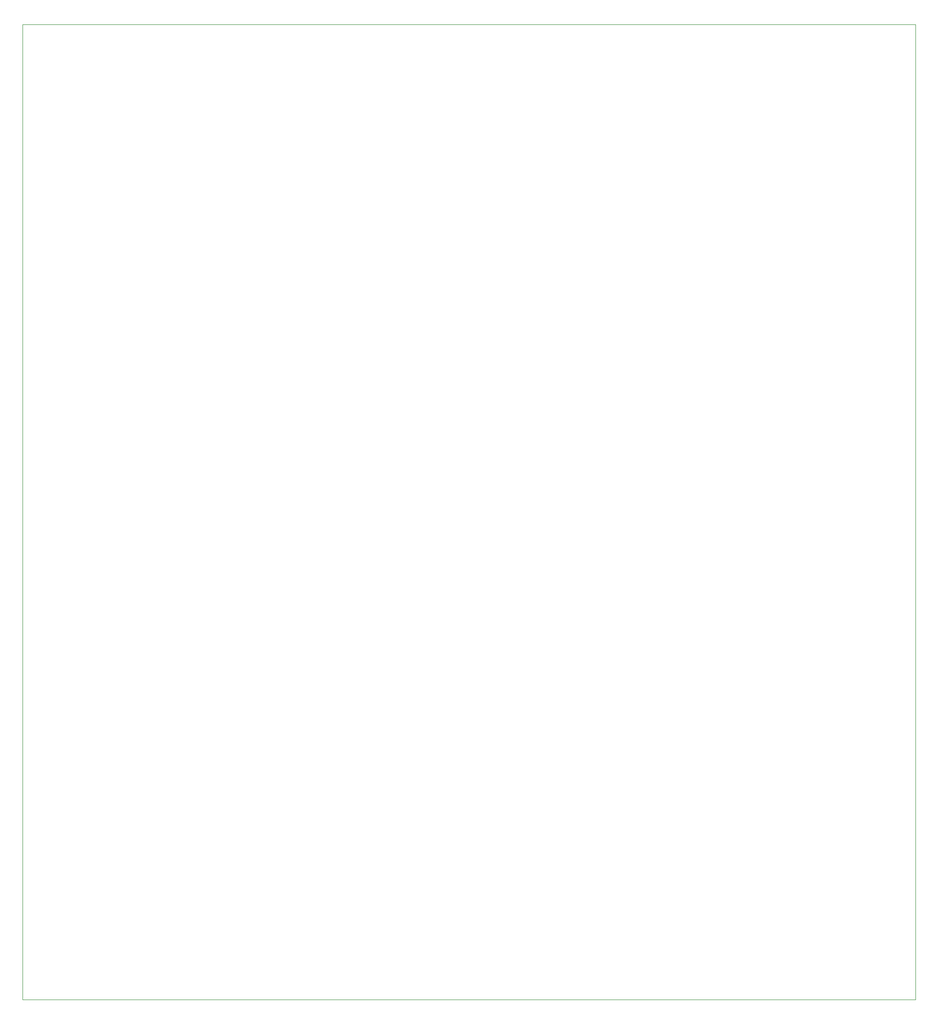
<source format=gm1>
%TF.GenerationSoftware,KiCad,Pcbnew,9.0.4*%
%TF.CreationDate,2025-09-16T15:39:33-04:00*%
%TF.ProjectId,mini-lhc-display,6d696e69-2d6c-4686-932d-646973706c61,rev?*%
%TF.SameCoordinates,Original*%
%TF.FileFunction,Profile,NP*%
%FSLAX46Y46*%
G04 Gerber Fmt 4.6, Leading zero omitted, Abs format (unit mm)*
G04 Created by KiCad (PCBNEW 9.0.4) date 2025-09-16 15:39:33*
%MOMM*%
%LPD*%
G01*
G04 APERTURE LIST*
%TA.AperFunction,Profile*%
%ADD10C,0.050000*%
%TD*%
G04 APERTURE END LIST*
D10*
X176784000Y-197612000D02*
X176784000Y-21844000D01*
X15748000Y-21844000D02*
X15748000Y-197612000D01*
X15748000Y-197612000D02*
X176784000Y-197612000D01*
X176784000Y-21844000D02*
X15748000Y-21844000D01*
M02*

</source>
